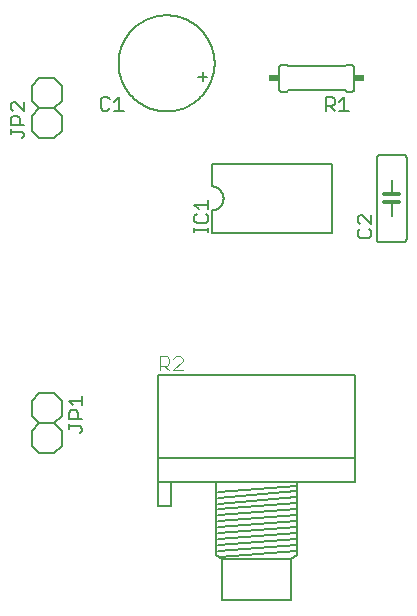
<source format=gto>
G75*
%MOIN*%
%OFA0B0*%
%FSLAX25Y25*%
%IPPOS*%
%LPD*%
%AMOC8*
5,1,8,0,0,1.08239X$1,22.5*
%
%ADD10C,0.00600*%
%ADD11C,0.00500*%
%ADD12C,0.01200*%
%ADD13R,0.03400X0.02400*%
%ADD14C,0.00800*%
%ADD15C,0.00400*%
D10*
X0014300Y0050337D02*
X0011800Y0052837D01*
X0011800Y0057837D01*
X0014300Y0060337D01*
X0011800Y0062837D01*
X0011800Y0067837D01*
X0014300Y0070337D01*
X0019300Y0070337D01*
X0021800Y0067837D01*
X0021800Y0062837D01*
X0019300Y0060337D01*
X0021800Y0057837D01*
X0021800Y0052837D01*
X0019300Y0050337D01*
X0014300Y0050337D01*
X0014300Y0060337D02*
X0019300Y0060337D01*
X0071800Y0123837D02*
X0071800Y0131337D01*
X0071926Y0131339D01*
X0072051Y0131345D01*
X0072176Y0131355D01*
X0072301Y0131369D01*
X0072426Y0131386D01*
X0072550Y0131408D01*
X0072673Y0131433D01*
X0072795Y0131463D01*
X0072916Y0131496D01*
X0073036Y0131533D01*
X0073155Y0131573D01*
X0073272Y0131618D01*
X0073389Y0131666D01*
X0073503Y0131718D01*
X0073616Y0131773D01*
X0073727Y0131832D01*
X0073836Y0131894D01*
X0073943Y0131960D01*
X0074048Y0132029D01*
X0074151Y0132101D01*
X0074252Y0132176D01*
X0074350Y0132255D01*
X0074445Y0132337D01*
X0074538Y0132421D01*
X0074628Y0132509D01*
X0074716Y0132599D01*
X0074800Y0132692D01*
X0074882Y0132787D01*
X0074961Y0132885D01*
X0075036Y0132986D01*
X0075108Y0133089D01*
X0075177Y0133194D01*
X0075243Y0133301D01*
X0075305Y0133410D01*
X0075364Y0133521D01*
X0075419Y0133634D01*
X0075471Y0133748D01*
X0075519Y0133865D01*
X0075564Y0133982D01*
X0075604Y0134101D01*
X0075641Y0134221D01*
X0075674Y0134342D01*
X0075704Y0134464D01*
X0075729Y0134587D01*
X0075751Y0134711D01*
X0075768Y0134836D01*
X0075782Y0134961D01*
X0075792Y0135086D01*
X0075798Y0135211D01*
X0075800Y0135337D01*
X0075798Y0135463D01*
X0075792Y0135588D01*
X0075782Y0135713D01*
X0075768Y0135838D01*
X0075751Y0135963D01*
X0075729Y0136087D01*
X0075704Y0136210D01*
X0075674Y0136332D01*
X0075641Y0136453D01*
X0075604Y0136573D01*
X0075564Y0136692D01*
X0075519Y0136809D01*
X0075471Y0136926D01*
X0075419Y0137040D01*
X0075364Y0137153D01*
X0075305Y0137264D01*
X0075243Y0137373D01*
X0075177Y0137480D01*
X0075108Y0137585D01*
X0075036Y0137688D01*
X0074961Y0137789D01*
X0074882Y0137887D01*
X0074800Y0137982D01*
X0074716Y0138075D01*
X0074628Y0138165D01*
X0074538Y0138253D01*
X0074445Y0138337D01*
X0074350Y0138419D01*
X0074252Y0138498D01*
X0074151Y0138573D01*
X0074048Y0138645D01*
X0073943Y0138714D01*
X0073836Y0138780D01*
X0073727Y0138842D01*
X0073616Y0138901D01*
X0073503Y0138956D01*
X0073389Y0139008D01*
X0073272Y0139056D01*
X0073155Y0139101D01*
X0073036Y0139141D01*
X0072916Y0139178D01*
X0072795Y0139211D01*
X0072673Y0139241D01*
X0072550Y0139266D01*
X0072426Y0139288D01*
X0072301Y0139305D01*
X0072176Y0139319D01*
X0072051Y0139329D01*
X0071926Y0139335D01*
X0071800Y0139337D01*
X0071800Y0146837D01*
X0111800Y0146837D01*
X0111800Y0123837D01*
X0071800Y0123837D01*
X0095300Y0170837D02*
X0096800Y0170837D01*
X0097300Y0171337D01*
X0116300Y0171337D01*
X0116800Y0170837D01*
X0118300Y0170837D01*
X0118360Y0170839D01*
X0118421Y0170844D01*
X0118480Y0170853D01*
X0118539Y0170866D01*
X0118598Y0170882D01*
X0118655Y0170902D01*
X0118710Y0170925D01*
X0118765Y0170952D01*
X0118817Y0170981D01*
X0118868Y0171014D01*
X0118917Y0171050D01*
X0118963Y0171088D01*
X0119007Y0171130D01*
X0119049Y0171174D01*
X0119087Y0171220D01*
X0119123Y0171269D01*
X0119156Y0171320D01*
X0119185Y0171372D01*
X0119212Y0171427D01*
X0119235Y0171482D01*
X0119255Y0171539D01*
X0119271Y0171598D01*
X0119284Y0171657D01*
X0119293Y0171716D01*
X0119298Y0171777D01*
X0119300Y0171837D01*
X0119300Y0178837D01*
X0119298Y0178897D01*
X0119293Y0178958D01*
X0119284Y0179017D01*
X0119271Y0179076D01*
X0119255Y0179135D01*
X0119235Y0179192D01*
X0119212Y0179247D01*
X0119185Y0179302D01*
X0119156Y0179354D01*
X0119123Y0179405D01*
X0119087Y0179454D01*
X0119049Y0179500D01*
X0119007Y0179544D01*
X0118963Y0179586D01*
X0118917Y0179624D01*
X0118868Y0179660D01*
X0118817Y0179693D01*
X0118765Y0179722D01*
X0118710Y0179749D01*
X0118655Y0179772D01*
X0118598Y0179792D01*
X0118539Y0179808D01*
X0118480Y0179821D01*
X0118421Y0179830D01*
X0118360Y0179835D01*
X0118300Y0179837D01*
X0116800Y0179837D01*
X0116300Y0179337D01*
X0097300Y0179337D01*
X0096800Y0179837D01*
X0095300Y0179837D01*
X0095240Y0179835D01*
X0095179Y0179830D01*
X0095120Y0179821D01*
X0095061Y0179808D01*
X0095002Y0179792D01*
X0094945Y0179772D01*
X0094890Y0179749D01*
X0094835Y0179722D01*
X0094783Y0179693D01*
X0094732Y0179660D01*
X0094683Y0179624D01*
X0094637Y0179586D01*
X0094593Y0179544D01*
X0094551Y0179500D01*
X0094513Y0179454D01*
X0094477Y0179405D01*
X0094444Y0179354D01*
X0094415Y0179302D01*
X0094388Y0179247D01*
X0094365Y0179192D01*
X0094345Y0179135D01*
X0094329Y0179076D01*
X0094316Y0179017D01*
X0094307Y0178958D01*
X0094302Y0178897D01*
X0094300Y0178837D01*
X0094300Y0171837D01*
X0094302Y0171777D01*
X0094307Y0171716D01*
X0094316Y0171657D01*
X0094329Y0171598D01*
X0094345Y0171539D01*
X0094365Y0171482D01*
X0094388Y0171427D01*
X0094415Y0171372D01*
X0094444Y0171320D01*
X0094477Y0171269D01*
X0094513Y0171220D01*
X0094551Y0171174D01*
X0094593Y0171130D01*
X0094637Y0171088D01*
X0094683Y0171050D01*
X0094732Y0171014D01*
X0094783Y0170981D01*
X0094835Y0170952D01*
X0094890Y0170925D01*
X0094945Y0170902D01*
X0095002Y0170882D01*
X0095061Y0170866D01*
X0095120Y0170853D01*
X0095179Y0170844D01*
X0095240Y0170839D01*
X0095300Y0170837D01*
X0070300Y0175837D02*
X0067300Y0175837D01*
X0068800Y0177337D02*
X0068800Y0174337D01*
X0040800Y0180337D02*
X0040805Y0180730D01*
X0040819Y0181122D01*
X0040843Y0181514D01*
X0040877Y0181905D01*
X0040920Y0182296D01*
X0040973Y0182685D01*
X0041036Y0183072D01*
X0041107Y0183458D01*
X0041189Y0183843D01*
X0041279Y0184225D01*
X0041380Y0184604D01*
X0041489Y0184982D01*
X0041608Y0185356D01*
X0041735Y0185727D01*
X0041872Y0186095D01*
X0042018Y0186460D01*
X0042173Y0186821D01*
X0042336Y0187178D01*
X0042508Y0187531D01*
X0042689Y0187879D01*
X0042879Y0188223D01*
X0043076Y0188563D01*
X0043282Y0188897D01*
X0043496Y0189226D01*
X0043719Y0189550D01*
X0043949Y0189868D01*
X0044186Y0190181D01*
X0044432Y0190487D01*
X0044685Y0190788D01*
X0044945Y0191082D01*
X0045212Y0191370D01*
X0045486Y0191651D01*
X0045767Y0191925D01*
X0046055Y0192192D01*
X0046349Y0192452D01*
X0046650Y0192705D01*
X0046956Y0192951D01*
X0047269Y0193188D01*
X0047587Y0193418D01*
X0047911Y0193641D01*
X0048240Y0193855D01*
X0048574Y0194061D01*
X0048914Y0194258D01*
X0049258Y0194448D01*
X0049606Y0194629D01*
X0049959Y0194801D01*
X0050316Y0194964D01*
X0050677Y0195119D01*
X0051042Y0195265D01*
X0051410Y0195402D01*
X0051781Y0195529D01*
X0052155Y0195648D01*
X0052533Y0195757D01*
X0052912Y0195858D01*
X0053294Y0195948D01*
X0053679Y0196030D01*
X0054065Y0196101D01*
X0054452Y0196164D01*
X0054841Y0196217D01*
X0055232Y0196260D01*
X0055623Y0196294D01*
X0056015Y0196318D01*
X0056407Y0196332D01*
X0056800Y0196337D01*
X0057193Y0196332D01*
X0057585Y0196318D01*
X0057977Y0196294D01*
X0058368Y0196260D01*
X0058759Y0196217D01*
X0059148Y0196164D01*
X0059535Y0196101D01*
X0059921Y0196030D01*
X0060306Y0195948D01*
X0060688Y0195858D01*
X0061067Y0195757D01*
X0061445Y0195648D01*
X0061819Y0195529D01*
X0062190Y0195402D01*
X0062558Y0195265D01*
X0062923Y0195119D01*
X0063284Y0194964D01*
X0063641Y0194801D01*
X0063994Y0194629D01*
X0064342Y0194448D01*
X0064686Y0194258D01*
X0065026Y0194061D01*
X0065360Y0193855D01*
X0065689Y0193641D01*
X0066013Y0193418D01*
X0066331Y0193188D01*
X0066644Y0192951D01*
X0066950Y0192705D01*
X0067251Y0192452D01*
X0067545Y0192192D01*
X0067833Y0191925D01*
X0068114Y0191651D01*
X0068388Y0191370D01*
X0068655Y0191082D01*
X0068915Y0190788D01*
X0069168Y0190487D01*
X0069414Y0190181D01*
X0069651Y0189868D01*
X0069881Y0189550D01*
X0070104Y0189226D01*
X0070318Y0188897D01*
X0070524Y0188563D01*
X0070721Y0188223D01*
X0070911Y0187879D01*
X0071092Y0187531D01*
X0071264Y0187178D01*
X0071427Y0186821D01*
X0071582Y0186460D01*
X0071728Y0186095D01*
X0071865Y0185727D01*
X0071992Y0185356D01*
X0072111Y0184982D01*
X0072220Y0184604D01*
X0072321Y0184225D01*
X0072411Y0183843D01*
X0072493Y0183458D01*
X0072564Y0183072D01*
X0072627Y0182685D01*
X0072680Y0182296D01*
X0072723Y0181905D01*
X0072757Y0181514D01*
X0072781Y0181122D01*
X0072795Y0180730D01*
X0072800Y0180337D01*
X0072795Y0179944D01*
X0072781Y0179552D01*
X0072757Y0179160D01*
X0072723Y0178769D01*
X0072680Y0178378D01*
X0072627Y0177989D01*
X0072564Y0177602D01*
X0072493Y0177216D01*
X0072411Y0176831D01*
X0072321Y0176449D01*
X0072220Y0176070D01*
X0072111Y0175692D01*
X0071992Y0175318D01*
X0071865Y0174947D01*
X0071728Y0174579D01*
X0071582Y0174214D01*
X0071427Y0173853D01*
X0071264Y0173496D01*
X0071092Y0173143D01*
X0070911Y0172795D01*
X0070721Y0172451D01*
X0070524Y0172111D01*
X0070318Y0171777D01*
X0070104Y0171448D01*
X0069881Y0171124D01*
X0069651Y0170806D01*
X0069414Y0170493D01*
X0069168Y0170187D01*
X0068915Y0169886D01*
X0068655Y0169592D01*
X0068388Y0169304D01*
X0068114Y0169023D01*
X0067833Y0168749D01*
X0067545Y0168482D01*
X0067251Y0168222D01*
X0066950Y0167969D01*
X0066644Y0167723D01*
X0066331Y0167486D01*
X0066013Y0167256D01*
X0065689Y0167033D01*
X0065360Y0166819D01*
X0065026Y0166613D01*
X0064686Y0166416D01*
X0064342Y0166226D01*
X0063994Y0166045D01*
X0063641Y0165873D01*
X0063284Y0165710D01*
X0062923Y0165555D01*
X0062558Y0165409D01*
X0062190Y0165272D01*
X0061819Y0165145D01*
X0061445Y0165026D01*
X0061067Y0164917D01*
X0060688Y0164816D01*
X0060306Y0164726D01*
X0059921Y0164644D01*
X0059535Y0164573D01*
X0059148Y0164510D01*
X0058759Y0164457D01*
X0058368Y0164414D01*
X0057977Y0164380D01*
X0057585Y0164356D01*
X0057193Y0164342D01*
X0056800Y0164337D01*
X0056407Y0164342D01*
X0056015Y0164356D01*
X0055623Y0164380D01*
X0055232Y0164414D01*
X0054841Y0164457D01*
X0054452Y0164510D01*
X0054065Y0164573D01*
X0053679Y0164644D01*
X0053294Y0164726D01*
X0052912Y0164816D01*
X0052533Y0164917D01*
X0052155Y0165026D01*
X0051781Y0165145D01*
X0051410Y0165272D01*
X0051042Y0165409D01*
X0050677Y0165555D01*
X0050316Y0165710D01*
X0049959Y0165873D01*
X0049606Y0166045D01*
X0049258Y0166226D01*
X0048914Y0166416D01*
X0048574Y0166613D01*
X0048240Y0166819D01*
X0047911Y0167033D01*
X0047587Y0167256D01*
X0047269Y0167486D01*
X0046956Y0167723D01*
X0046650Y0167969D01*
X0046349Y0168222D01*
X0046055Y0168482D01*
X0045767Y0168749D01*
X0045486Y0169023D01*
X0045212Y0169304D01*
X0044945Y0169592D01*
X0044685Y0169886D01*
X0044432Y0170187D01*
X0044186Y0170493D01*
X0043949Y0170806D01*
X0043719Y0171124D01*
X0043496Y0171448D01*
X0043282Y0171777D01*
X0043076Y0172111D01*
X0042879Y0172451D01*
X0042689Y0172795D01*
X0042508Y0173143D01*
X0042336Y0173496D01*
X0042173Y0173853D01*
X0042018Y0174214D01*
X0041872Y0174579D01*
X0041735Y0174947D01*
X0041608Y0175318D01*
X0041489Y0175692D01*
X0041380Y0176070D01*
X0041279Y0176449D01*
X0041189Y0176831D01*
X0041107Y0177216D01*
X0041036Y0177602D01*
X0040973Y0177989D01*
X0040920Y0178378D01*
X0040877Y0178769D01*
X0040843Y0179160D01*
X0040819Y0179552D01*
X0040805Y0179944D01*
X0040800Y0180337D01*
X0021800Y0172837D02*
X0021800Y0167837D01*
X0019300Y0165337D01*
X0021800Y0162837D01*
X0021800Y0157837D01*
X0019300Y0155337D01*
X0014300Y0155337D01*
X0011800Y0157837D01*
X0011800Y0162837D01*
X0014300Y0165337D01*
X0011800Y0167837D01*
X0011800Y0172837D01*
X0014300Y0175337D01*
X0019300Y0175337D01*
X0021800Y0172837D01*
X0019300Y0165337D02*
X0014300Y0165337D01*
X0126800Y0148837D02*
X0126800Y0121837D01*
X0126802Y0121777D01*
X0126807Y0121716D01*
X0126816Y0121657D01*
X0126829Y0121598D01*
X0126845Y0121539D01*
X0126865Y0121482D01*
X0126888Y0121427D01*
X0126915Y0121372D01*
X0126944Y0121320D01*
X0126977Y0121269D01*
X0127013Y0121220D01*
X0127051Y0121174D01*
X0127093Y0121130D01*
X0127137Y0121088D01*
X0127183Y0121050D01*
X0127232Y0121014D01*
X0127283Y0120981D01*
X0127335Y0120952D01*
X0127390Y0120925D01*
X0127445Y0120902D01*
X0127502Y0120882D01*
X0127561Y0120866D01*
X0127620Y0120853D01*
X0127679Y0120844D01*
X0127740Y0120839D01*
X0127800Y0120837D01*
X0135800Y0120837D01*
X0135860Y0120839D01*
X0135921Y0120844D01*
X0135980Y0120853D01*
X0136039Y0120866D01*
X0136098Y0120882D01*
X0136155Y0120902D01*
X0136210Y0120925D01*
X0136265Y0120952D01*
X0136317Y0120981D01*
X0136368Y0121014D01*
X0136417Y0121050D01*
X0136463Y0121088D01*
X0136507Y0121130D01*
X0136549Y0121174D01*
X0136587Y0121220D01*
X0136623Y0121269D01*
X0136656Y0121320D01*
X0136685Y0121372D01*
X0136712Y0121427D01*
X0136735Y0121482D01*
X0136755Y0121539D01*
X0136771Y0121598D01*
X0136784Y0121657D01*
X0136793Y0121716D01*
X0136798Y0121777D01*
X0136800Y0121837D01*
X0136800Y0148837D01*
X0136798Y0148897D01*
X0136793Y0148958D01*
X0136784Y0149017D01*
X0136771Y0149076D01*
X0136755Y0149135D01*
X0136735Y0149192D01*
X0136712Y0149247D01*
X0136685Y0149302D01*
X0136656Y0149354D01*
X0136623Y0149405D01*
X0136587Y0149454D01*
X0136549Y0149500D01*
X0136507Y0149544D01*
X0136463Y0149586D01*
X0136417Y0149624D01*
X0136368Y0149660D01*
X0136317Y0149693D01*
X0136265Y0149722D01*
X0136210Y0149749D01*
X0136155Y0149772D01*
X0136098Y0149792D01*
X0136039Y0149808D01*
X0135980Y0149821D01*
X0135921Y0149830D01*
X0135860Y0149835D01*
X0135800Y0149837D01*
X0127800Y0149837D01*
X0127740Y0149835D01*
X0127679Y0149830D01*
X0127620Y0149821D01*
X0127561Y0149808D01*
X0127502Y0149792D01*
X0127445Y0149772D01*
X0127390Y0149749D01*
X0127335Y0149722D01*
X0127283Y0149693D01*
X0127232Y0149660D01*
X0127183Y0149624D01*
X0127137Y0149586D01*
X0127093Y0149544D01*
X0127051Y0149500D01*
X0127013Y0149454D01*
X0126977Y0149405D01*
X0126944Y0149354D01*
X0126915Y0149302D01*
X0126888Y0149247D01*
X0126865Y0149192D01*
X0126845Y0149135D01*
X0126829Y0149076D01*
X0126816Y0149017D01*
X0126807Y0148958D01*
X0126802Y0148897D01*
X0126800Y0148837D01*
X0131800Y0141337D02*
X0131800Y0136637D01*
X0131800Y0134137D02*
X0131800Y0129337D01*
D11*
X0125050Y0129693D02*
X0125050Y0126691D01*
X0122047Y0129693D01*
X0121297Y0129693D01*
X0120546Y0128943D01*
X0120546Y0127442D01*
X0121297Y0126691D01*
X0121297Y0125090D02*
X0120546Y0124339D01*
X0120546Y0122838D01*
X0121297Y0122087D01*
X0124299Y0122087D01*
X0125050Y0122838D01*
X0125050Y0124339D01*
X0124299Y0125090D01*
X0117449Y0164587D02*
X0114446Y0164587D01*
X0115947Y0164587D02*
X0115947Y0169091D01*
X0114446Y0167590D01*
X0112845Y0168340D02*
X0112845Y0166839D01*
X0112094Y0166088D01*
X0109842Y0166088D01*
X0109842Y0164587D02*
X0109842Y0169091D01*
X0112094Y0169091D01*
X0112845Y0168340D01*
X0111343Y0166088D02*
X0112845Y0164587D01*
X0070550Y0134763D02*
X0070550Y0131760D01*
X0070550Y0133261D02*
X0066046Y0133261D01*
X0067547Y0131760D01*
X0066797Y0130159D02*
X0066046Y0129408D01*
X0066046Y0127907D01*
X0066797Y0127156D01*
X0069799Y0127156D01*
X0070550Y0127907D01*
X0070550Y0129408D01*
X0069799Y0130159D01*
X0070550Y0125588D02*
X0070550Y0124087D01*
X0070550Y0124838D02*
X0066046Y0124838D01*
X0066046Y0125588D02*
X0066046Y0124087D01*
X0042449Y0164587D02*
X0039446Y0164587D01*
X0040947Y0164587D02*
X0040947Y0169091D01*
X0039446Y0167590D01*
X0037845Y0168340D02*
X0037094Y0169091D01*
X0035593Y0169091D01*
X0034842Y0168340D01*
X0034842Y0165338D01*
X0035593Y0164587D01*
X0037094Y0164587D01*
X0037845Y0165338D01*
X0009350Y0164495D02*
X0006347Y0167497D01*
X0005597Y0167497D01*
X0004846Y0166747D01*
X0004846Y0165245D01*
X0005597Y0164495D01*
X0005597Y0162893D02*
X0007098Y0162893D01*
X0007849Y0162143D01*
X0007849Y0159891D01*
X0009350Y0159891D02*
X0004846Y0159891D01*
X0004846Y0162143D01*
X0005597Y0162893D01*
X0004846Y0158290D02*
X0004846Y0156788D01*
X0004846Y0157539D02*
X0008599Y0157539D01*
X0009350Y0156788D01*
X0009350Y0156038D01*
X0008599Y0155287D01*
X0009350Y0164495D02*
X0009350Y0167497D01*
X0028750Y0069286D02*
X0028750Y0066283D01*
X0028750Y0067784D02*
X0024246Y0067784D01*
X0025747Y0066283D01*
X0024997Y0064682D02*
X0026498Y0064682D01*
X0027249Y0063931D01*
X0027249Y0061679D01*
X0028750Y0061679D02*
X0024246Y0061679D01*
X0024246Y0063931D01*
X0024997Y0064682D01*
X0024246Y0060078D02*
X0024246Y0058576D01*
X0024246Y0059327D02*
X0027999Y0059327D01*
X0028750Y0058576D01*
X0028750Y0057826D01*
X0027999Y0057075D01*
D12*
X0129300Y0134137D02*
X0131800Y0134137D01*
X0134300Y0134137D01*
X0134300Y0136637D02*
X0131800Y0136637D01*
X0129300Y0136637D01*
D13*
X0121000Y0175337D03*
X0092600Y0175337D03*
D14*
X0119674Y0076597D02*
X0053926Y0076597D01*
X0053926Y0040770D01*
X0053926Y0032896D01*
X0058257Y0032896D01*
X0058257Y0040376D01*
X0053926Y0040770D02*
X0119674Y0040770D01*
X0119674Y0076597D01*
X0119674Y0048644D02*
X0053926Y0048644D01*
X0073414Y0040376D02*
X0073414Y0016361D01*
X0075383Y0015180D01*
X0098217Y0015180D01*
X0100186Y0016361D01*
X0100186Y0040376D01*
X0099792Y0039589D02*
X0073808Y0037522D01*
X0073808Y0035554D02*
X0099792Y0037620D01*
X0099792Y0035652D02*
X0073808Y0033585D01*
X0073808Y0031617D02*
X0099792Y0033683D01*
X0099792Y0031715D02*
X0073808Y0029648D01*
X0073808Y0027680D02*
X0099792Y0029746D01*
X0099792Y0027778D02*
X0073808Y0025711D01*
X0073808Y0023743D02*
X0099792Y0025809D01*
X0099792Y0023841D02*
X0073808Y0021774D01*
X0073808Y0019806D02*
X0099792Y0021872D01*
X0099792Y0019904D02*
X0073808Y0017837D01*
X0074694Y0015869D02*
X0099792Y0017935D01*
X0098217Y0015180D02*
X0098217Y0001400D01*
X0075383Y0001400D01*
X0075383Y0015180D01*
D15*
X0062173Y0078037D02*
X0059104Y0078037D01*
X0062173Y0081106D01*
X0062173Y0081874D01*
X0061406Y0082641D01*
X0059871Y0082641D01*
X0059104Y0081874D01*
X0057569Y0081874D02*
X0057569Y0080339D01*
X0056802Y0079572D01*
X0054500Y0079572D01*
X0056035Y0079572D02*
X0057569Y0078037D01*
X0054500Y0078037D02*
X0054500Y0082641D01*
X0056802Y0082641D01*
X0057569Y0081874D01*
M02*

</source>
